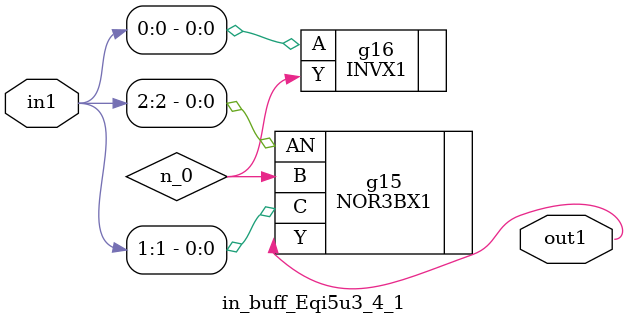
<source format=v>
`timescale 1ps / 1ps


module in_buff_Eqi5u3_4_1(in1, out1);
  input [2:0] in1;
  output out1;
  wire [2:0] in1;
  wire out1;
  wire n_0;
  NOR3BX1 g15(.AN (in1[2]), .B (n_0), .C (in1[1]), .Y (out1));
  INVX1 g16(.A (in1[0]), .Y (n_0));
endmodule



</source>
